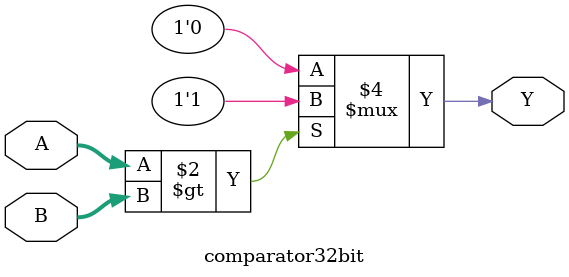
<source format=v>

module MODIFIED_DUALCLCG_32BIT_USING_3OPPA(clk,start,x0,y0,p0,q0,Zi);

input clk,start;
input [31:0]x0,y0,p0,q0;

output  Zi ;

wire [31:0] lcg_out1,lcg_out2,lcg_out3,lcg_out4;
wire Cout1,Cout2 ;

parameter a1 = 32'd65,a2 = 32'd33,a3 = 32'd17,a4 = 32'd5;
parameter b1 = 32'd43,b2 = 32'd19,b3 = 32'd23,b4 = 32'd59;

LCG lcg1(.x0(x0),.start(start),.clk(clk),.a(a1),.b1(b1),.xip1(lcg_out1));
LCG lcg2(.x0(y0),.start(start),.clk(clk),.a(a2),.b1(b2),.xip1(lcg_out2));
LCG lcg3(.x0(p0),.start(start),.clk(clk),.a(a3),.b1(b3),.xip1(lcg_out3));
LCG lcg4(.x0(q0),.start(start),.clk(clk),.a(a4),.b1(b4),.xip1(lcg_out4));


//comparator1

comparator32bit comp1(.A(lcg_out1),.B(lcg_out2),.Y(Cout1));

//comparator2
comparator32bit comp2(.A(lcg_out3),.B(lcg_out4),.Y(Cout2));


mux mux1( .A(Cout1) , .B(Cout2) , .Sel(lcg_out2[0]) ,.Y(Zi) ) ;


endmodule

//MUX
module mux ( A , B , Sel ,Y ) ;

input  A , B , Sel   ;
output reg Y ;

always @ *

begin
	if(Sel) Y = A ;
	else Y = B ;
end

endmodule 
//LCG

module LCG(x0,start,clk,a,b1,xip1);
input [31:0]x0;
input [31:0]a,b1;
input start,clk;
output reg [31:0]xip1;
wire [31:0]xi,lsr,add3 ;
wire [4:0]r ;
//parameter b1 = 8'd1;
assign xi = start ? x0 : xip1 ;//mux4 logic
//a= 2^r+1 --> a=5;r=2
rgen rg1(.a(a),.r(r));
assign lsr = xi<<r ;//r bit logical shifting

//assign add3 = xi + lsr + b1 ;
//carry_save_adder csa(.a(xi),.b(lsr),.c(b1),.s(add3));//32
three_operand_adder add1(.a(xi[15:0]),.b(lsr[15:0]),.c(b1[15:0]),.Cin(1'b0),.sum(add3[15:0]),.carry(cr1));
three_operand_adder add2(.a(xi[31:16]),.b(lsr[31:16]),.c(b1[31:16]),.Cin(cr1),.sum(add3[31:16]),.carry(carry));

always @(posedge clk)

begin 
	if(start) xip1 <= 32'd0 ;
	else xip1 <= add3 ;
end

endmodule 
//r genaration 

//r generation

module rgen(a,r);
input [31:0]a;
output reg [4:0]r;//32
always @(a)
begin 
	case (a)//0,1
	32'd5   : r = 2 ;
	32'd9   : r = 3 ;
	32'd17  : r = 4 ;
	32'd33  : r = 5 ;
	32'd65  : r = 6 ;
	32'd129 : r = 7 ;
	32'd257 : r = 8 ;
	32'd513 : r = 9 ;
	32'd1025 : r = 10 ;
	32'd2025 : r = 11 ;
	32'd4097 : r = 12 ;
	32'd8193 : r = 13 ;
	32'd16385 : r = 14 ;
	32'd32769 : r = 15 ;
	32'd65537 : r = 16 ;
	32'd131073 : r = 17 ;
	32'd262145 : r = 18 ;
	32'd524289 : r = 19 ;
	32'd1048577 : r = 20 ;
	32'd2097153 : r = 21 ;
	32'd4194305 : r = 22 ;
	32'd8388609 : r = 23 ;
	32'd16777219 : r = 24 ;
	32'd33554437 : r = 25 ;
	32'd67108873 : r = 26 ;
	32'd134217745 : r = 27 ;
	32'd268435489 : r = 28 ;
	32'd536870977 : r = 29 ;
	32'd1073741953 : r = 30 ;
	
	default : r = 0 ; 
	endcase
end
endmodule
//32 BIT  COMPARATOR


module comparator32bit(A,B,Y);
input [31:0] A,B;
output reg Y ;

always @ *
begin
	if( A > B )  Y = 1 ;
	else Y = 0 ;

end 


endmodule 

</source>
